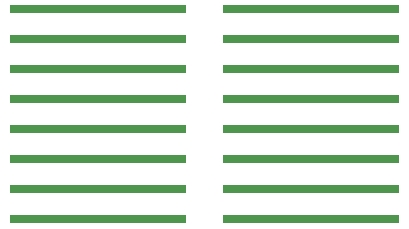
<source format=gbp>
G04*
G04 #@! TF.GenerationSoftware,Altium Limited,Altium Designer,19.0.12 (326)*
G04*
G04 Layer_Color=128*
%FSLAX44Y44*%
%MOMM*%
G71*
G01*
G75*
%ADD59R,15.0000X0.7000*%
D59*
X753190Y443479D02*
D03*
Y418079D02*
D03*
Y392679D02*
D03*
Y367279D02*
D03*
Y341879D02*
D03*
Y316479D02*
D03*
Y291079D02*
D03*
Y265679D02*
D03*
X572850D02*
D03*
Y291079D02*
D03*
Y316479D02*
D03*
Y341879D02*
D03*
Y367279D02*
D03*
Y392679D02*
D03*
Y418079D02*
D03*
Y443479D02*
D03*
M02*

</source>
